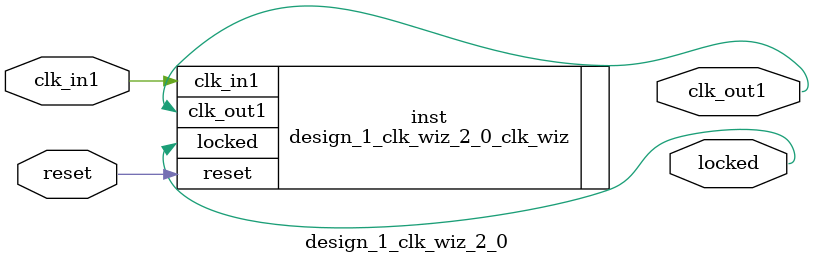
<source format=v>


`timescale 1ps/1ps

(* CORE_GENERATION_INFO = "design_1_clk_wiz_2_0,clk_wiz_v6_0_5_0_0,{component_name=design_1_clk_wiz_2_0,use_phase_alignment=false,use_min_o_jitter=false,use_max_i_jitter=false,use_dyn_phase_shift=false,use_inclk_switchover=false,use_dyn_reconfig=false,enable_axi=0,feedback_source=FDBK_AUTO,PRIMITIVE=MMCM,num_out_clk=1,clkin1_period=10.000,clkin2_period=10.000,use_power_down=false,use_reset=true,use_locked=true,use_inclk_stopped=false,feedback_type=SINGLE,CLOCK_MGR_TYPE=NA,manual_override=false}" *)

module design_1_clk_wiz_2_0 
 (
  // Clock out ports
  output        clk_out1,
  // Status and control signals
  input         reset,
  output        locked,
 // Clock in ports
  input         clk_in1
 );

  design_1_clk_wiz_2_0_clk_wiz inst
  (
  // Clock out ports  
  .clk_out1(clk_out1),
  // Status and control signals               
  .reset(reset), 
  .locked(locked),
 // Clock in ports
  .clk_in1(clk_in1)
  );

endmodule

</source>
